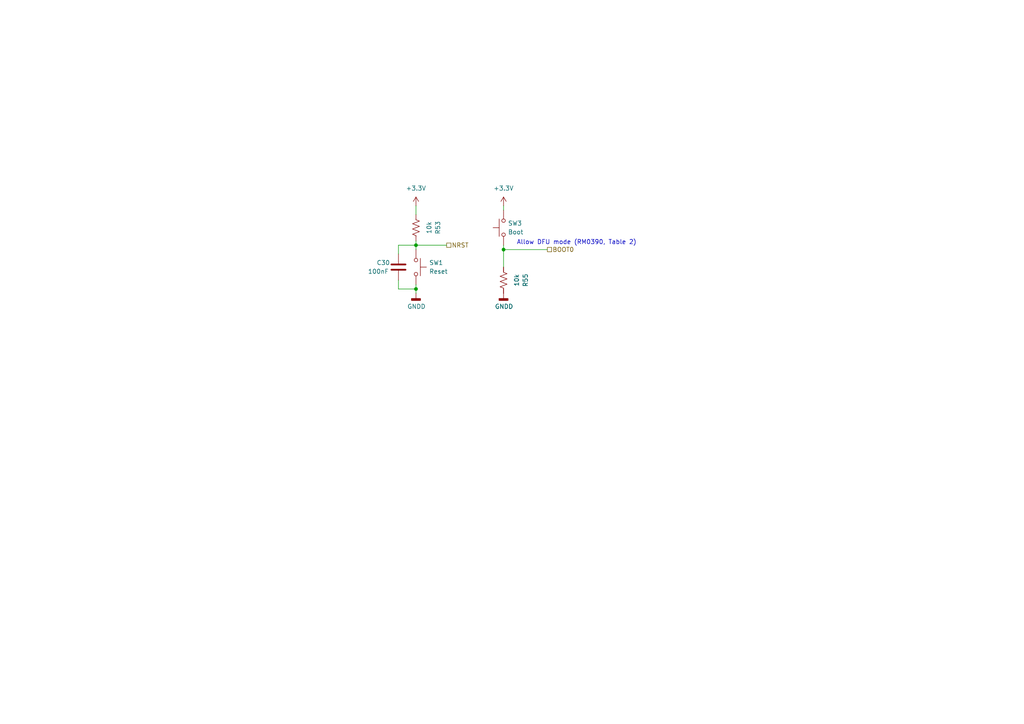
<source format=kicad_sch>
(kicad_sch (version 20211123) (generator eeschema)
  (paper "A4")
  (lib_symbols
    (symbol "Device:C" (pin_numbers hide) (pin_names (offset 0.254))
      (property "Reference" "C" (at 0.635 2.54 0))
      (property "Value" "C" (at 0.635 -2.54 0))
      (symbol "C_0_1"
        (polyline (pts (xy -2.032 -0.762) (xy 2.032 -0.762)) (stroke (width 0.508)))
        (polyline (pts (xy -2.032 0.762) (xy 2.032 0.762)) (stroke (width 0.508)))
      )
      (symbol "C_1_1"
        (pin passive line (at 0 3.81 270) (length 2.794) (name "~") (number "1"))
        (pin passive line (at 0 -3.81 90) (length 2.794) (name "~") (number "2"))
      )
    )
    (symbol "Device:R_US" (pin_numbers hide) (pin_names (offset 0))
      (property "Reference" "R" (at 2.54 0 90))
      (property "Value" "R_US" (at -2.54 0 90))
      (symbol "R_US_0_1"
        (polyline (pts (xy 0 -2.286) (xy 0 -2.54)))
        (polyline (pts (xy 0 2.286) (xy 0 2.54)))
        (polyline (pts (xy 0 -0.762) (xy 1.016 -1.143) (xy 0 -1.524) (xy -1.016 -1.905) (xy 0 -2.286)))
        (polyline (pts (xy 0 0.762) (xy 1.016 0.381) (xy 0 0) (xy -1.016 -0.381) (xy 0 -0.762)))
        (polyline (pts (xy 0 2.286) (xy 1.016 1.905) (xy 0 1.524) (xy -1.016 1.143) (xy 0 0.762)))
      )
      (symbol "R_US_1_1"
        (pin passive line (at 0 3.81 270) (length 1.27) (name "~") (number "1"))
        (pin passive line (at 0 -3.81 90) (length 1.27) (name "~") (number "2"))
      )
    )
    (symbol "Switch:SW_Push" (pin_numbers hide) (pin_names (offset 1.016) hide)
      (property "Reference" "SW" (at 1.27 2.54 0))
      (property "Value" "SW_Push" (at 0 -1.524 0))
      (symbol "SW_Push_0_1"
        (circle (center -2.032 0) (radius 0.508))
        (polyline (pts (xy 0 1.27) (xy 0 3.048)))
        (polyline (pts (xy 2.54 1.27) (xy -2.54 1.27)))
        (circle (center 2.032 0) (radius 0.508))
        (pin passive line (at -5.08 0 0) (length 2.54) (name "1") (number "1"))
        (pin passive line (at 5.08 0 180) (length 2.54) (name "2") (number "2"))
      )
    )
    (symbol "power:+3.3V" (power) (pin_names (offset 0))
      (property "Value" "+3.3V" (at 0 3.556 0))
      (symbol "+3.3V_0_1"
        (polyline (pts (xy -0.762 1.27) (xy 0 2.54)))
        (polyline (pts (xy 0 0) (xy 0 2.54)))
        (polyline (pts (xy 0 2.54) (xy 0.762 1.27)))
      )
      (symbol "+3.3V_1_1"
        (pin power_in line (at 0 0 90) (length 0) hide (name "+3.3V") (number "1"))
      )
    )
    (symbol "power:GNDD" (power) (pin_names (offset 0))
      (property "Value" "GNDD" (at 0 -3.175 0))
      (symbol "GNDD_0_1"
        (rectangle (start -1.27 -1.524) (end 1.27 -2.032) (stroke (width 0.254)) (fill (type outline)))
        (polyline (pts (xy 0 0) (xy 0 -1.524)))
      )
      (symbol "GNDD_1_1"
        (pin power_in line (at 0 0 270) (length 0) hide (name "GNDD") (number "1"))
      )
    )
  )
  (junction (at 146.05 72.39))
  (junction (at 120.65 71.12))
  (junction (at 120.65 83.82))
  (wire (pts (xy 120.65 59.69) (xy 120.65 62.23)))
  (wire (pts (xy 120.65 82.55) (xy 120.65 83.82)))
  (wire (pts (xy 146.05 71.12) (xy 146.05 72.39)))
  (wire (pts (xy 120.65 83.82) (xy 120.65 85.09)))
  (wire (pts (xy 115.57 71.12) (xy 120.65 71.12)))
  (wire (pts (xy 115.57 73.66) (xy 115.57 71.12)))
  (wire (pts (xy 120.65 71.12) (xy 129.54 71.12)))
  (wire (pts (xy 146.05 72.39) (xy 158.75 72.39)))
  (wire (pts (xy 115.57 81.28) (xy 115.57 83.82)))
  (wire (pts (xy 146.05 77.47) (xy 146.05 72.39)))
  (wire (pts (xy 120.65 71.12) (xy 120.65 72.39)))
  (wire (pts (xy 146.05 59.69) (xy 146.05 60.96)))
  (wire (pts (xy 120.65 69.85) (xy 120.65 71.12)))
  (wire (pts (xy 115.57 83.82) (xy 120.65 83.82)))
  (text "Allow DFU mode (RM0390, Table 2)" (at 149.86 71.12 0) (effects (font (size 1.27 1.27)) (justify left bottom)))
  (hierarchical_label "NRST" (shape passive) (at 129.54 71.12 0))
  (hierarchical_label "BOOT0" (shape passive) (at 158.75 72.39 0))
  (symbol (lib_id "power:GNDD") (at 146.05 85.09 0) (unit 1)
    (property "Reference" "#PWR052" (effects hide))
    (property "Value" "GNDD" (at 143.51 88.9 0) (effects (justify left)))
  )
  (symbol (lib_id "power:+3.3V") (at 146.05 59.69 0) (unit 1)
    (property "Reference" "#PWR051" (effects hide))
    (property "Value" "+3.3V" (at 146.05 54.61 0))
  )
  (symbol (lib_id "power:+3.3V") (at 120.65 59.69 0) (unit 1)
    (property "Reference" "#PWR047" (effects hide))
    (property "Value" "+3.3V" (at 120.65 54.61 0))
  )
  (symbol (lib_id "Device:C") (at 115.57 77.47 180) (unit 1)
    (property "Reference" "C30" (at 109.22 76.2 0) (effects (justify right)))
    (property "Value" "100nF" (at 106.68 78.74 0) (effects (justify right)))
    (property "Footprint" "Capacitor_SMD:C_0402_1005Metric" (effects hide))
    (property "JLCPCB" "C307331" (effects hide))
  )
  (symbol (lib_id "Device:R_US") (at 120.65 66.04 180) (unit 1)
    (property "Reference" "R53" (at 127 66.04 90))
    (property "Value" "10k" (at 124.46 66.04 90))
    (property "Footprint" "Resistor_SMD:R_0402_1005Metric" (effects hide))
    (property "JLCPCB" "C25744" (effects hide))
  )
  (symbol (lib_id "Device:R_US") (at 146.05 81.28 180) (unit 1)
    (property "Reference" "R55" (at 152.4 81.28 90))
    (property "Value" "10k" (at 149.86 81.28 90))
    (property "Footprint" "Resistor_SMD:R_0402_1005Metric" (effects hide))
    (property "JLCPCB" "C25744" (effects hide))
  )
  (symbol (lib_id "Switch:SW_Push") (at 146.05 66.04 90) (unit 1)
    (property "Reference" "SW3" (at 147.32 64.7699 90) (effects (justify right)))
    (property "Value" "Boot" (at 147.32 67.3099 90) (effects (justify right)))
    (property "Footprint" "Button_Switch_SMD:SW_SPST_PTS810" (effects hide))
    (property "DigiKey" "CKN10502CT-ND" (effects hide))
  )
  (symbol (lib_id "power:GNDD") (at 120.65 85.09 0) (unit 1)
    (property "Reference" "#PWR048" (effects hide))
    (property "Value" "GNDD" (at 118.11 88.9 0) (effects (justify left)))
  )
  (symbol (lib_id "Switch:SW_Push") (at 120.65 77.47 270) (unit 1)
    (property "Reference" "SW1" (at 124.46 76.1999 90) (effects (justify left)))
    (property "Value" "Reset" (at 124.46 78.7399 90) (effects (justify left)))
    (property "Footprint" "Button_Switch_SMD:SW_SPST_PTS810" (effects hide))
    (property "DigiKey" "CKN10502CT-ND" (effects hide))
  )
)
</source>
